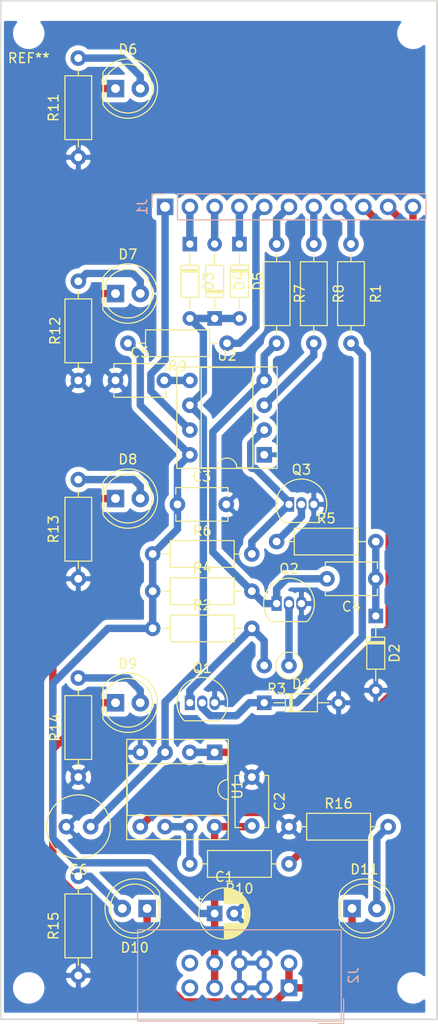
<source format=kicad_pcb>
(kicad_pcb (version 20171130) (host pcbnew "(5.0.1)-4")
  (title_block (title "The Fastest Envelope in the West") (date 2019-06-10) (rev 1) (company spielhuus) (comment 4 "License CC BY 4.0 - Attribution 4.0 International"))
  (layers (0 F.Cu signal) (31 B.Cu signal) (34 B.Paste user) (35 F.Paste user) (36 B.SilkS user hide) (37 F.SilkS user) (38 B.Mask user hide) (39 F.Mask user hide) (44 Edge.Cuts user))
  (net 0 "")
  (net 1 GND)
  (net 2 +15V)
  (net 3 "Net-(C4-Pad2)")
  (net 4 "Net-(C4-Pad1)")
  (net 5 "Net-(C5-Pad2)")
  (net 6 "Net-(D1-Pad1)")
  (net 7 Release_2)
  (net 8 Attack_2)
  (net 9 Decay_1)
  (net 10 IN)
  (net 11 OUT)
  (net 12 Sustain_3)
  (net 13 Sustain_2)
  (net 14 Sustain_1)
  (net 15 Decay_2)
  (net 16 Attack_1)
  (net 17 Release_1)
  (net 18 "Net-(J2-Pad10)")
  (net 19 "Net-(J2-Pad9)")
  (net 20 +5V)
  (net 21 "Net-(Q1-Pad1)")
  (net 22 "Net-(Q2-Pad2)")
  (net 23 "Net-(Q3-Pad1)")
  (net 24 "Net-(Q3-Pad2)")
  (net 25 "Net-(R8-Pad2)")
  (net 26 "Net-(R10-Pad1)")
  (net 27 "Net-(D6-Pad2)")
  (net 28 "Net-(D7-Pad2)")
  (net 29 "Net-(D8-Pad2)")
  (net 30 "Net-(D9-Pad2)")
  (net 31 "Net-(D10-Pad2)")
  (net 32 "Net-(D11-Pad2)")
  (net 33 "Net-(C6-Pad1)")
  (module Resistor_THT:R_Axial_DIN0207_L6.3mm_D2.5mm_P2.54mm_Vertical (layer F.Cu) (at 129.54 118.11 180)
    (fp_text reference R3 (at 1.27 -2.37) (layer F.SilkS))
    (fp_text value 22k)
    (pad 2 thru_hole oval (at 2.54 0 180) (size 1.6 1.6) (drill 0.8) (layers *.Cu *.Mask) (net 21 "Net-(Q1-Pad1)"))
    (pad 1 thru_hole circle (at 0 0 180) (size 1.6 1.6) (drill 0.8) (layers *.Cu *.Mask) (net 22 "Net-(Q2-Pad2)"))
  )
  (module MountingHole:MountingHole_2.2mm_M2 (layer F.Cu) (at 142.24 53.34)
    (fp_text reference REF** hide)
    (fp_text value MountingHole_2.2mm_M2)
    (pad 1 np_thru_hole circle (at 0 0) (size 2.2 2.2) (drill 2.2) (layers *.Cu *.Mask))
  )
  (module MountingHole:MountingHole_2.2mm_M2 (layer F.Cu) (at 102.87 53.34)
    (fp_text reference REF** (at 0 2.54) (layer F.SilkS))
    (fp_text value MountingHole_2.2mm_M2)
    (pad 1 np_thru_hole circle (at 0 0) (size 2.2 2.2) (drill 2.2) (layers *.Cu *.Mask))
  )
  (module MountingHole:MountingHole_2.2mm_M2 (layer F.Cu) (at 142.24 151.13)
    (fp_text reference REF** hide)
    (fp_text value MountingHole_2.2mm_M2)
    (pad "" np_thru_hole circle (at 0 0) (size 2.2 2.2) (drill 2.2) (layers *.Cu F.Mask))
  )
  (module MountingHole:MountingHole_2.2mm_M2 (layer F.Cu) (at 102.87 151.13)
    (fp_text reference REF** hide)
    (fp_text value MountingHole_2.2mm_M2)
    (pad 1 np_thru_hole circle (at 0 0) (size 2.2 2.2) (drill 2.2) (layers *.Cu *.Mask))
  )
  (module Connector_IDC:IDC-Header_2x05_P2.54mm_Vertical (layer B.Cu) (at 129.54 151.13 90)
    (fp_text reference J2 (at 1.27 6.604 270) (layer B.SilkS) (effects (justify mirror)))
    (fp_text value Power)
    (pad 10 thru_hole oval (at 2.54 -10.16 90) (size 1.7272 1.7272) (drill 1.016) (layers *.Cu *.Mask) (net 18 "Net-(J2-Pad10)"))
    (pad 9 thru_hole oval (at 0 -10.16 90) (size 1.7272 1.7272) (drill 1.016) (layers *.Cu *.Mask) (net 19 "Net-(J2-Pad9)"))
    (pad 8 thru_hole oval (at 2.54 -7.62 90) (size 1.7272 1.7272) (drill 1.016) (layers *.Cu *.Mask) (net 2 +15V))
    (pad 7 thru_hole oval (at 0 -7.62 90) (size 1.7272 1.7272) (drill 1.016) (layers *.Cu *.Mask) (net 2 +15V))
    (pad 6 thru_hole oval (at 2.54 -5.08 90) (size 1.7272 1.7272) (drill 1.016) (layers *.Cu *.Mask) (net 1 GND))
    (pad 5 thru_hole oval (at 0 -5.08 90) (size 1.7272 1.7272) (drill 1.016) (layers *.Cu *.Mask) (net 1 GND))
    (pad 4 thru_hole oval (at 2.54 -2.54 90) (size 1.7272 1.7272) (drill 1.016) (layers *.Cu *.Mask) (net 1 GND))
    (pad 3 thru_hole oval (at 0 -2.54 90) (size 1.7272 1.7272) (drill 1.016) (layers *.Cu *.Mask) (net 1 GND))
    (pad 2 thru_hole oval (at 2.54 0 90) (size 1.7272 1.7272) (drill 1.016) (layers *.Cu *.Mask) (net 20 +5V))
    (pad 1 thru_hole rect (at 0 0 90) (size 1.7272 1.7272) (drill 1.016) (layers *.Cu *.Mask) (net 20 +5V))
  )
  (module Resistor_THT:R_Axial_DIN0207_L6.3mm_D2.5mm_P10.16mm_Horizontal (layer F.Cu) (at 115.57 114.3)
    (fp_text reference R2 (at 5.08 -2.37) (layer F.SilkS))
    (fp_text value 4k7)
    (pad 2 thru_hole oval (at 10.16 0) (size 1.6 1.6) (drill 0.8) (layers *.Cu *.Mask) (net 21 "Net-(Q1-Pad1)"))
    (pad 1 thru_hole circle (at 0 0) (size 1.6 1.6) (drill 0.8) (layers *.Cu *.Mask) (net 2 +15V))
  )
  (module Capacitor_THT:CP_Radial_D5.0mm_P2.00mm (layer F.Cu) (at 121.92 143.51)
    (fp_text reference C1 (at 1 -3.75) (layer F.SilkS))
    (fp_text value 22u)
    (pad 2 thru_hole circle (at 2 0) (size 1.6 1.6) (drill 0.8) (layers *.Cu *.Mask) (net 1 GND))
    (pad 1 thru_hole rect (at 0 0) (size 1.6 1.6) (drill 0.8) (layers *.Cu *.Mask) (net 2 +15V))
  )
  (module Capacitor_THT:C_Radial_D6.3mm_H5.0mm_P2.50mm (layer F.Cu) (at 109.22 134.62 180)
    (fp_text reference C6 (at 1.25 -4.4) (layer F.SilkS))
    (fp_text value 4u7)
    (pad 2 thru_hole circle (at 2.5 0 180) (size 1.6 1.6) (drill 0.8) (layers *.Cu *.Mask) (net 1 GND))
    (pad 1 thru_hole circle (at 0 0 180) (size 1.6 1.6) (drill 0.8) (layers *.Cu *.Mask) (net 33 "Net-(C6-Pad1)"))
  )
  (module Resistor_THT:R_Axial_DIN0207_L6.3mm_D2.5mm_P10.16mm_Horizontal (layer F.Cu) (at 129.54 134.62)
    (fp_text reference R16 (at 5.08 -2.37) (layer F.SilkS))
    (fp_text value 150)
    (pad 2 thru_hole oval (at 10.16 0) (size 1.6 1.6) (drill 0.8) (layers *.Cu *.Mask) (net 32 "Net-(D11-Pad2)"))
    (pad 1 thru_hole circle (at 0 0) (size 1.6 1.6) (drill 0.8) (layers *.Cu *.Mask) (net 1 GND))
  )
  (module LED_THT:LED_D5.0mm_FlatTop (layer F.Cu) (at 136 143)
    (fp_text reference D11 (at 1.27 -4.01) (layer F.SilkS))
    (fp_text value LED)
    (pad 2 thru_hole circle (at 2.54 0) (size 1.8 1.8) (drill 0.9) (layers *.Cu *.Mask) (net 32 "Net-(D11-Pad2)"))
    (pad 1 thru_hole rect (at 0 0) (size 1.8 1.8) (drill 0.9) (layers *.Cu *.Mask) (net 20 +5V))
  )
  (module Resistor_THT:R_Axial_DIN0207_L6.3mm_D2.5mm_P10.16mm_Horizontal (layer F.Cu) (at 107.95 139.7 270)
    (fp_text reference R15 (at 5.08 2.54 90) (layer F.SilkS))
    (fp_text value 150)
    (pad 2 thru_hole oval (at 10.16 0 270) (size 1.6 1.6) (drill 0.8) (layers *.Cu *.Mask) (net 1 GND))
    (pad 1 thru_hole circle (at 0 0 270) (size 1.6 1.6) (drill 0.8) (layers *.Cu *.Mask) (net 31 "Net-(D10-Pad2)"))
  )
  (module Resistor_THT:R_Axial_DIN0207_L6.3mm_D2.5mm_P10.16mm_Horizontal (layer F.Cu) (at 107.95 129.54 90)
    (fp_text reference R14 (at 5.08 -2.37 90) (layer F.SilkS))
    (fp_text value 150)
    (pad 2 thru_hole oval (at 10.16 0 90) (size 1.6 1.6) (drill 0.8) (layers *.Cu *.Mask) (net 30 "Net-(D9-Pad2)"))
    (pad 1 thru_hole circle (at 0 0 90) (size 1.6 1.6) (drill 0.8) (layers *.Cu *.Mask) (net 1 GND))
  )
  (module Resistor_THT:R_Axial_DIN0207_L6.3mm_D2.5mm_P10.16mm_Horizontal (layer F.Cu) (at 107.95 99.06 270)
    (fp_text reference R13 (at 5.08 2.54 90) (layer F.SilkS))
    (fp_text value 150)
    (pad 2 thru_hole oval (at 10.16 0 270) (size 1.6 1.6) (drill 0.8) (layers *.Cu *.Mask) (net 1 GND))
    (pad 1 thru_hole circle (at 0 0 270) (size 1.6 1.6) (drill 0.8) (layers *.Cu *.Mask) (net 29 "Net-(D8-Pad2)"))
  )
  (module Resistor_THT:R_Axial_DIN0207_L6.3mm_D2.5mm_P10.16mm_Horizontal (layer F.Cu) (at 107.95 88.9 90)
    (fp_text reference R12 (at 5.08 -2.37 90) (layer F.SilkS))
    (fp_text value 150)
    (pad 2 thru_hole oval (at 10.16 0 90) (size 1.6 1.6) (drill 0.8) (layers *.Cu *.Mask) (net 28 "Net-(D7-Pad2)"))
    (pad 1 thru_hole circle (at 0 0 90) (size 1.6 1.6) (drill 0.8) (layers *.Cu *.Mask) (net 1 GND))
  )
  (module Resistor_THT:R_Axial_DIN0207_L6.3mm_D2.5mm_P10.16mm_Horizontal (layer F.Cu) (at 107.95 55.88 270)
    (fp_text reference R11 (at 5.08 2.54 90) (layer F.SilkS))
    (fp_text value 150)
    (pad 2 thru_hole oval (at 10.16 0 270) (size 1.6 1.6) (drill 0.8) (layers *.Cu *.Mask) (net 1 GND))
    (pad 1 thru_hole circle (at 0 0 270) (size 1.6 1.6) (drill 0.8) (layers *.Cu *.Mask) (net 27 "Net-(D6-Pad2)"))
  )
  (module Resistor_THT:R_Axial_DIN0207_L6.3mm_D2.5mm_P10.16mm_Horizontal (layer F.Cu) (at 119.38 138.43)
    (fp_text reference R10 (at 5.08 2.54) (layer F.SilkS))
    (fp_text value 100)
    (pad 2 thru_hole oval (at 10.16 0) (size 1.6 1.6) (drill 0.8) (layers *.Cu *.Mask) (net 15 Decay_2))
    (pad 1 thru_hole circle (at 0 0) (size 1.6 1.6) (drill 0.8) (layers *.Cu *.Mask) (net 26 "Net-(R10-Pad1)"))
  )
  (module LED_THT:LED_D5.0mm_FlatTop (layer F.Cu) (at 115 143 180)
    (fp_text reference D10 (at 1.27 -4.01) (layer F.SilkS))
    (fp_text value LED)
    (pad 2 thru_hole circle (at 2.54 0 180) (size 1.8 1.8) (drill 0.9) (layers *.Cu *.Mask) (net 31 "Net-(D10-Pad2)"))
    (pad 1 thru_hole rect (at 0 0 180) (size 1.8 1.8) (drill 0.9) (layers *.Cu *.Mask) (net 20 +5V))
  )
  (module LED_THT:LED_D5.0mm_FlatTop (layer F.Cu) (at 111.76 121.92)
    (fp_text reference D9 (at 1.27 -4.01) (layer F.SilkS))
    (fp_text value LED)
    (pad 2 thru_hole circle (at 2.54 0) (size 1.8 1.8) (drill 0.9) (layers *.Cu *.Mask) (net 30 "Net-(D9-Pad2)"))
    (pad 1 thru_hole rect (at 0 0) (size 1.8 1.8) (drill 0.9) (layers *.Cu *.Mask) (net 20 +5V))
  )
  (module LED_THT:LED_D5.0mm_FlatTop (layer F.Cu) (at 111.76 101)
    (fp_text reference D8 (at 1.27 -4.01) (layer F.SilkS))
    (fp_text value LED)
    (pad 2 thru_hole circle (at 2.54 0) (size 1.8 1.8) (drill 0.9) (layers *.Cu *.Mask) (net 29 "Net-(D8-Pad2)"))
    (pad 1 thru_hole rect (at 0 0) (size 1.8 1.8) (drill 0.9) (layers *.Cu *.Mask) (net 20 +5V))
  )
  (module LED_THT:LED_D5.0mm_FlatTop (layer F.Cu) (at 111.76 80)
    (fp_text reference D7 (at 1.27 -4.01) (layer F.SilkS))
    (fp_text value LED)
    (pad 2 thru_hole circle (at 2.54 0) (size 1.8 1.8) (drill 0.9) (layers *.Cu *.Mask) (net 28 "Net-(D7-Pad2)"))
    (pad 1 thru_hole rect (at 0 0) (size 1.8 1.8) (drill 0.9) (layers *.Cu *.Mask) (net 20 +5V))
  )
  (module LED_THT:LED_D5.0mm_FlatTop (layer F.Cu) (at 111.76 59)
    (fp_text reference D6 (at 1.27 -4.01) (layer F.SilkS))
    (fp_text value LED)
    (pad 2 thru_hole circle (at 2.54 0) (size 1.8 1.8) (drill 0.9) (layers *.Cu *.Mask) (net 27 "Net-(D6-Pad2)"))
    (pad 1 thru_hole rect (at 0 0) (size 1.8 1.8) (drill 0.9) (layers *.Cu *.Mask) (net 20 +5V))
  )
  (module Package_DIP:DIP-8_W7.62mm_Socket (layer F.Cu) (at 127 96.52 180)
    (fp_text reference U2 (at 3.81 10.16) (layer F.SilkS))
    (fp_text value ICM7555)
    (pad 8 thru_hole oval (at 7.62 0 180) (size 1.6 1.6) (drill 0.8) (layers *.Cu *.Mask) (net 2 +15V))
    (pad 4 thru_hole oval (at 0 7.62 180) (size 1.6 1.6) (drill 0.8) (layers *.Cu *.Mask) (net 3 "Net-(C4-Pad2)"))
    (pad 7 thru_hole oval (at 7.62 2.54 180) (size 1.6 1.6) (drill 0.8) (layers *.Cu *.Mask) (net 12 Sustain_3))
    (pad 3 thru_hole oval (at 0 5.08 180) (size 1.6 1.6) (drill 0.8) (layers *.Cu *.Mask) (net 25 "Net-(R8-Pad2)"))
    (pad 6 thru_hole oval (at 7.62 5.08 180) (size 1.6 1.6) (drill 0.8) (layers *.Cu *.Mask) (net 33 "Net-(C6-Pad1)"))
    (pad 2 thru_hole oval (at 0 2.54 180) (size 1.6 1.6) (drill 0.8) (layers *.Cu *.Mask) (net 23 "Net-(Q3-Pad1)"))
    (pad 5 thru_hole oval (at 7.62 7.62 180) (size 1.6 1.6) (drill 0.8) (layers *.Cu *.Mask) (net 5 "Net-(C5-Pad2)"))
    (pad 1 thru_hole rect (at 0 0 180) (size 1.6 1.6) (drill 0.8) (layers *.Cu *.Mask) (net 1 GND))
  )
  (module Package_DIP:DIP-8_W7.62mm_Socket (layer F.Cu) (at 121.92 127 270)
    (fp_text reference U1 (at 3.81 -2.33 90) (layer F.SilkS))
    (fp_text value LM358)
    (pad 8 thru_hole oval (at 7.62 0 270) (size 1.6 1.6) (drill 0.8) (layers *.Cu *.Mask) (net 2 +15V))
    (pad 4 thru_hole oval (at 0 7.62 270) (size 1.6 1.6) (drill 0.8) (layers *.Cu *.Mask) (net 1 GND))
    (pad 7 thru_hole oval (at 7.62 2.54 270) (size 1.6 1.6) (drill 0.8) (layers *.Cu *.Mask) (net 26 "Net-(R10-Pad1)"))
    (pad 3 thru_hole oval (at 0 5.08 270) (size 1.6 1.6) (drill 0.8) (layers *.Cu *.Mask) (net 33 "Net-(C6-Pad1)"))
    (pad 6 thru_hole oval (at 7.62 5.08 270) (size 1.6 1.6) (drill 0.8) (layers *.Cu *.Mask) (net 26 "Net-(R10-Pad1)"))
    (pad 2 thru_hole oval (at 0 2.54 270) (size 1.6 1.6) (drill 0.8) (layers *.Cu *.Mask) (net 11 OUT))
    (pad 5 thru_hole oval (at 7.62 7.62 270) (size 1.6 1.6) (drill 0.8) (layers *.Cu *.Mask) (net 13 Sustain_2))
    (pad 1 thru_hole rect (at 0 0 270) (size 1.6 1.6) (drill 0.8) (layers *.Cu *.Mask) (net 11 OUT))
  )
  (module Resistor_THT:R_Axial_DIN0207_L6.3mm_D2.5mm_P10.16mm_Horizontal (layer F.Cu) (at 123.19 85.09 180)
    (fp_text reference R9 (at 5.08 -2.37) (layer F.SilkS))
    (fp_text value 4k7)
    (pad 2 thru_hole oval (at 10.16 0 180) (size 1.6 1.6) (drill 0.8) (layers *.Cu *.Mask) (net 2 +15V))
    (pad 1 thru_hole circle (at 0 0 180) (size 1.6 1.6) (drill 0.8) (layers *.Cu *.Mask) (net 14 Sustain_1))
  )
  (module Resistor_THT:R_Axial_DIN0207_L6.3mm_D2.5mm_P10.16mm_Horizontal (layer F.Cu) (at 132.08 74.93 270)
    (fp_text reference R8 (at 5.08 -2.54 90) (layer F.SilkS))
    (fp_text value 100)
    (pad 2 thru_hole oval (at 10.16 0 270) (size 1.6 1.6) (drill 0.8) (layers *.Cu *.Mask) (net 25 "Net-(R8-Pad2)"))
    (pad 1 thru_hole circle (at 0 0 270) (size 1.6 1.6) (drill 0.8) (layers *.Cu *.Mask) (net 16 Attack_1))
  )
  (module Resistor_THT:R_Axial_DIN0207_L6.3mm_D2.5mm_P10.16mm_Horizontal (layer F.Cu) (at 128.27 74.93 270)
    (fp_text reference R7 (at 5.08 -2.37 90) (layer F.SilkS))
    (fp_text value 100)
    (pad 2 thru_hole oval (at 10.16 0 270) (size 1.6 1.6) (drill 0.8) (layers *.Cu *.Mask) (net 3 "Net-(C4-Pad2)"))
    (pad 1 thru_hole circle (at 0 0 270) (size 1.6 1.6) (drill 0.8) (layers *.Cu *.Mask) (net 17 Release_1))
  )
  (module Resistor_THT:R_Axial_DIN0207_L6.3mm_D2.5mm_P10.16mm_Horizontal (layer F.Cu) (at 115.57 106.68)
    (fp_text reference R6 (at 5.08 -2.37) (layer F.SilkS))
    (fp_text value 4k7)
    (pad 2 thru_hole oval (at 10.16 0) (size 1.6 1.6) (drill 0.8) (layers *.Cu *.Mask) (net 23 "Net-(Q3-Pad1)"))
    (pad 1 thru_hole circle (at 0 0) (size 1.6 1.6) (drill 0.8) (layers *.Cu *.Mask) (net 2 +15V))
  )
  (module Resistor_THT:R_Axial_DIN0207_L6.3mm_D2.5mm_P10.16mm_Horizontal (layer F.Cu) (at 128.27 105.41)
    (fp_text reference R5 (at 5.08 -2.37) (layer F.SilkS))
    (fp_text value 10k)
    (pad 2 thru_hole oval (at 10.16 0) (size 1.6 1.6) (drill 0.8) (layers *.Cu *.Mask) (net 4 "Net-(C4-Pad1)"))
    (pad 1 thru_hole circle (at 0 0) (size 1.6 1.6) (drill 0.8) (layers *.Cu *.Mask) (net 24 "Net-(Q3-Pad2)"))
  )
  (module Resistor_THT:R_Axial_DIN0207_L6.3mm_D2.5mm_P10.16mm_Horizontal (layer F.Cu) (at 115.57 110.49)
    (fp_text reference R4 (at 5.08 -2.37) (layer F.SilkS))
    (fp_text value 4k7)
    (pad 2 thru_hole oval (at 10.16 0) (size 1.6 1.6) (drill 0.8) (layers *.Cu *.Mask) (net 3 "Net-(C4-Pad2)"))
    (pad 1 thru_hole circle (at 0 0) (size 1.6 1.6) (drill 0.8) (layers *.Cu *.Mask) (net 2 +15V))
  )
  (module Resistor_THT:R_Axial_DIN0207_L6.3mm_D2.5mm_P10.16mm_Horizontal (layer F.Cu) (at 135.89 85.09 90)
    (fp_text reference R1 (at 5.08 2.54 90) (layer F.SilkS))
    (fp_text value 10k)
    (pad 2 thru_hole oval (at 10.16 0 90) (size 1.6 1.6) (drill 0.8) (layers *.Cu *.Mask) (net 10 IN))
    (pad 1 thru_hole circle (at 0 0 90) (size 1.6 1.6) (drill 0.8) (layers *.Cu *.Mask) (net 6 "Net-(D1-Pad1)"))
  )
  (module Package_TO_SOT_THT:TO-92_Inline (layer F.Cu) (at 129.54 101.6)
    (fp_text reference Q3 (at 1.27 -3.56) (layer F.SilkS))
    (fp_text value BC547)
    (pad 1 thru_hole rect (at 0 0) (size 1.05 1.5) (drill 0.75) (layers *.Cu *.Mask) (net 23 "Net-(Q3-Pad1)"))
    (pad 3 thru_hole oval (at 2.54 0) (size 1.05 1.5) (drill 0.75) (layers *.Cu *.Mask) (net 1 GND))
    (pad 2 thru_hole oval (at 1.27 0) (size 1.05 1.5) (drill 0.75) (layers *.Cu *.Mask) (net 24 "Net-(Q3-Pad2)"))
  )
  (module Package_TO_SOT_THT:TO-92_Inline (layer F.Cu) (at 128.27 111.76)
    (fp_text reference Q2 (at 1.27 -3.56) (layer F.SilkS))
    (fp_text value BC547)
    (pad 1 thru_hole rect (at 0 0) (size 1.05 1.5) (drill 0.75) (layers *.Cu *.Mask) (net 3 "Net-(C4-Pad2)"))
    (pad 3 thru_hole oval (at 2.54 0) (size 1.05 1.5) (drill 0.75) (layers *.Cu *.Mask) (net 1 GND))
    (pad 2 thru_hole oval (at 1.27 0) (size 1.05 1.5) (drill 0.75) (layers *.Cu *.Mask) (net 22 "Net-(Q2-Pad2)"))
  )
  (module Package_TO_SOT_THT:TO-92_Inline (layer F.Cu) (at 119.38 121.92)
    (fp_text reference Q1 (at 1.27 -3.56) (layer F.SilkS))
    (fp_text value BC547)
    (pad 1 thru_hole rect (at 0 0) (size 1.05 1.5) (drill 0.75) (layers *.Cu *.Mask) (net 21 "Net-(Q1-Pad1)"))
    (pad 3 thru_hole oval (at 2.54 0) (size 1.05 1.5) (drill 0.75) (layers *.Cu *.Mask) (net 1 GND))
    (pad 2 thru_hole oval (at 1.27 0) (size 1.05 1.5) (drill 0.75) (layers *.Cu *.Mask) (net 6 "Net-(D1-Pad1)"))
  )
  (module Connector_PinHeader_2.54mm:PinHeader_1x11_P2.54mm_Vertical (layer B.Cu) (at 116.84 71.12 270)
    (fp_text reference J1 (at 0 2.33 270) (layer B.SilkS) (effects (justify mirror)))
    (fp_text value Panel)
    (pad 11 thru_hole oval (at 0 -25.4 270) (size 1.7 1.7) (drill 1) (layers *.Cu *.Mask) (net 15 Decay_2))
    (pad 10 thru_hole oval (at 0 -22.86 270) (size 1.7 1.7) (drill 1) (layers *.Cu *.Mask) (net 13 Sustain_2))
    (pad 9 thru_hole oval (at 0 -20.32 270) (size 1.7 1.7) (drill 1) (layers *.Cu *.Mask) (net 11 OUT))
    (pad 8 thru_hole oval (at 0 -17.78 270) (size 1.7 1.7) (drill 1) (layers *.Cu *.Mask) (net 10 IN))
    (pad 7 thru_hole oval (at 0 -15.24 270) (size 1.7 1.7) (drill 1) (layers *.Cu *.Mask) (net 16 Attack_1))
    (pad 6 thru_hole oval (at 0 -12.7 270) (size 1.7 1.7) (drill 1) (layers *.Cu *.Mask) (net 17 Release_1))
    (pad 5 thru_hole oval (at 0 -10.16 270) (size 1.7 1.7) (drill 1) (layers *.Cu *.Mask) (net 14 Sustain_1))
    (pad 4 thru_hole oval (at 0 -7.62 270) (size 1.7 1.7) (drill 1) (layers *.Cu *.Mask) (net 9 Decay_1))
    (pad 3 thru_hole oval (at 0 -5.08 270) (size 1.7 1.7) (drill 1) (layers *.Cu *.Mask) (net 8 Attack_2))
    (pad 2 thru_hole oval (at 0 -2.54 270) (size 1.7 1.7) (drill 1) (layers *.Cu *.Mask) (net 7 Release_2))
    (pad 1 thru_hole rect (at 0 0 270) (size 1.7 1.7) (drill 1) (layers *.Cu *.Mask) (net 12 Sustain_3))
  )
  (module Diode_THT:D_DO-34_SOD68_P7.62mm_Horizontal (layer F.Cu) (at 124.46 74.93 270)
    (fp_text reference D5 (at 3.81 -1.92 90) (layer F.SilkS))
    (fp_text value D)
    (pad 2 thru_hole oval (at 7.62 0 270) (size 1.5 1.5) (drill 0.75) (layers *.Cu *.Mask) (net 33 "Net-(C6-Pad1)"))
    (pad 1 thru_hole rect (at 0 0 270) (size 1.5 1.5) (drill 0.75) (layers *.Cu *.Mask) (net 9 Decay_1))
  )
  (module Diode_THT:D_DO-34_SOD68_P7.62mm_Horizontal (layer F.Cu) (at 121.92 82.55 90)
    (fp_text reference D4 (at 3.81 2.54 90) (layer F.SilkS))
    (fp_text value D)
    (pad 2 thru_hole oval (at 7.62 0 90) (size 1.5 1.5) (drill 0.75) (layers *.Cu *.Mask) (net 8 Attack_2))
    (pad 1 thru_hole rect (at 0 0 90) (size 1.5 1.5) (drill 0.75) (layers *.Cu *.Mask) (net 33 "Net-(C6-Pad1)"))
  )
  (module Diode_THT:D_DO-34_SOD68_P7.62mm_Horizontal (layer F.Cu) (at 119.38 74.93 270)
    (fp_text reference D3 (at 3.81 -1.92 90) (layer F.SilkS))
    (fp_text value D)
    (pad 2 thru_hole oval (at 7.62 0 270) (size 1.5 1.5) (drill 0.75) (layers *.Cu *.Mask) (net 33 "Net-(C6-Pad1)"))
    (pad 1 thru_hole rect (at 0 0 270) (size 1.5 1.5) (drill 0.75) (layers *.Cu *.Mask) (net 7 Release_2))
  )
  (module Diode_THT:D_DO-34_SOD68_P7.62mm_Horizontal (layer F.Cu) (at 138.43 113.03 270)
    (fp_text reference D2 (at 3.81 -1.92 90) (layer F.SilkS))
    (fp_text value D)
    (pad 2 thru_hole oval (at 7.62 0 270) (size 1.5 1.5) (drill 0.75) (layers *.Cu *.Mask) (net 1 GND))
    (pad 1 thru_hole rect (at 0 0 270) (size 1.5 1.5) (drill 0.75) (layers *.Cu *.Mask) (net 4 "Net-(C4-Pad1)"))
  )
  (module Diode_THT:D_DO-34_SOD68_P7.62mm_Horizontal (layer F.Cu) (at 127 121.92)
    (fp_text reference D1 (at 3.81 -1.92) (layer F.SilkS))
    (fp_text value D)
    (pad 2 thru_hole oval (at 7.62 0) (size 1.5 1.5) (drill 0.75) (layers *.Cu *.Mask) (net 1 GND))
    (pad 1 thru_hole rect (at 0 0) (size 1.5 1.5) (drill 0.75) (layers *.Cu *.Mask) (net 6 "Net-(D1-Pad1)"))
  )
  (module Capacitor_THT:C_Disc_D5.1mm_W3.2mm_P5.00mm (layer F.Cu) (at 111.76 88.9)
    (fp_text reference C5 (at 2.5 -2.85) (layer F.SilkS))
    (fp_text value 10n)
    (pad 2 thru_hole circle (at 5 0) (size 1.6 1.6) (drill 0.8) (layers *.Cu *.Mask) (net 5 "Net-(C5-Pad2)"))
    (pad 1 thru_hole circle (at 0 0) (size 1.6 1.6) (drill 0.8) (layers *.Cu *.Mask) (net 1 GND))
  )
  (module Capacitor_THT:C_Disc_D5.1mm_W3.2mm_P5.00mm (layer F.Cu) (at 138.43 109.22 180)
    (fp_text reference C4 (at 2.5 -2.85) (layer F.SilkS))
    (fp_text value 10n)
    (pad 2 thru_hole circle (at 5 0 180) (size 1.6 1.6) (drill 0.8) (layers *.Cu *.Mask) (net 3 "Net-(C4-Pad2)"))
    (pad 1 thru_hole circle (at 0 0 180) (size 1.6 1.6) (drill 0.8) (layers *.Cu *.Mask) (net 4 "Net-(C4-Pad1)"))
  )
  (module Capacitor_THT:C_Disc_D5.1mm_W3.2mm_P5.00mm (layer F.Cu) (at 118.11 101.6)
    (fp_text reference C3 (at 2.5 -2.85) (layer F.SilkS))
    (fp_text value 0.1u)
    (pad 2 thru_hole circle (at 5 0) (size 1.6 1.6) (drill 0.8) (layers *.Cu *.Mask) (net 1 GND))
    (pad 1 thru_hole circle (at 0 0) (size 1.6 1.6) (drill 0.8) (layers *.Cu *.Mask) (net 2 +15V))
  )
  (module Capacitor_THT:C_Disc_D5.1mm_W3.2mm_P5.00mm (layer F.Cu) (at 125.73 129.54 270)
    (fp_text reference C2 (at 2.5 -2.85 90) (layer F.SilkS))
    (fp_text value 0.1u)
    (pad 2 thru_hole circle (at 5 0 270) (size 1.6 1.6) (drill 0.8) (layers *.Cu *.Mask) (net 2 +15V))
    (pad 1 thru_hole circle (at 0 0 270) (size 1.6 1.6) (drill 0.8) (layers *.Cu *.Mask) (net 1 GND))
  )
  (gr_line (start 100 50) (end 100 154.35) (layer Edge.Cuts) (width 0.15))
  (gr_line (start 100 154.35) (end 144.7 154.35) (layer Edge.Cuts) (width 0.15))
  (gr_line (start 144.7 50) (end 144.7 154.35) (layer Edge.Cuts) (width 0.15))
  (gr_line (start 100 50) (end 144.7 50) (layer Edge.Cuts) (width 0.15))
  (segment (start 118.11 97.79) (end 119.38 96.52) (width 0.762) (layer B.Cu) (net 2))
  (segment (start 118.11 101.6) (end 118.11 97.79) (width 0.762) (layer B.Cu) (net 2))
  (segment (start 125.65 134.62) (end 125.73 134.54) (width 0.762) (layer B.Cu) (net 2))
  (segment (start 121.92 143.51) (end 121.92 134.62) (width 0.762) (layer F.Cu) (net 2))
  (segment (start 125.65 134.62) (end 125.73 134.54) (width 0.762) (layer F.Cu) (net 2))
  (segment (start 121.92 134.62) (end 125.65 134.62) (width 0.762) (layer F.Cu) (net 2))
  (segment (start 121.92 148.59) (end 121.92 143.51) (width 0.762) (layer F.Cu) (net 2))
  (segment (start 121.92 148.59) (end 121.92 151.13) (width 0.762) (layer F.Cu) (net 2))
  (segment (start 118.580001 95.720001) (end 119.38 96.52) (width 0.762) (layer B.Cu) (net 2))
  (segment (start 114.3 91.44) (end 118.580001 95.720001) (width 0.762) (layer B.Cu) (net 2))
  (segment (start 114.3 86.36) (end 114.3 91.44) (width 0.762) (layer B.Cu) (net 2))
  (segment (start 113.03 85.09) (end 114.3 86.36) (width 0.762) (layer B.Cu) (net 2))
  (segment (start 118.11 104.14) (end 115.57 106.68) (width 0.762) (layer B.Cu) (net 2))
  (segment (start 118.11 101.6) (end 118.11 104.14) (width 0.762) (layer B.Cu) (net 2))
  (segment (start 115.57 106.68) (end 115.57 114.3) (width 0.762) (layer B.Cu) (net 2))
  (segment (start 120.358 143.51) (end 121.92 143.51) (width 0.762) (layer B.Cu) (net 2))
  (segment (start 115.57 114.3) (end 110.986118 114.3) (width 0.762) (layer B.Cu) (net 2))
  (segment (start 110.986118 114.3) (end 105.338999 119.947119) (width 0.762) (layer B.Cu) (net 2))
  (segment (start 105.338999 119.947119) (end 105.338999 135.818999) (width 0.762) (layer B.Cu) (net 2))
  (segment (start 105.338999 135.818999) (end 107.838999 138.318999) (width 0.762) (layer B.Cu) (net 2))
  (segment (start 107.838999 138.318999) (end 115.166999 138.318999) (width 0.762) (layer B.Cu) (net 2))
  (segment (start 115.166999 138.318999) (end 120.358 143.51) (width 0.762) (layer B.Cu) (net 2))
  (segment (start 128.27 110.248) (end 128.27 111.76) (width 0.762) (layer B.Cu) (net 3))
  (segment (start 129.298 109.22) (end 128.27 110.248) (width 0.762) (layer B.Cu) (net 3))
  (segment (start 133.43 109.22) (end 129.298 109.22) (width 0.762) (layer B.Cu) (net 3))
  (segment (start 127 86.36) (end 128.27 85.09) (width 0.762) (layer B.Cu) (net 3))
  (segment (start 127 88.9) (end 127 86.36) (width 0.762) (layer B.Cu) (net 3))
  (segment (start 127 88.9) (end 121.728999 94.171001) (width 0.762) (layer B.Cu) (net 3))
  (segment (start 127 111.76) (end 125.73 110.49) (width 0.762) (layer B.Cu) (net 3))
  (segment (start 128.27 111.76) (end 127 111.76) (width 0.762) (layer B.Cu) (net 3))
  (segment (start 125.73 110.49) (end 121.728999 106.488999) (width 0.762) (layer B.Cu) (net 3))
  (segment (start 121.728999 106.488999) (end 121.728999 102.678999) (width 0.762) (layer B.Cu) (net 3))
  (segment (start 121.728999 94.171001) (end 121.728999 102.678999) (width 0.762) (layer B.Cu) (net 3))
  (segment (start 121.728999 102.678999) (end 121.728999 105.218999) (width 0.762) (layer B.Cu) (net 3))
  (segment (start 138.43 113.03) (end 138.43 105.41) (width 0.762) (layer B.Cu) (net 4))
  (segment (start 116.76 88.9) (end 119.38 88.9) (width 0.762) (layer B.Cu) (net 5))
  (segment (start 125.488 121.92) (end 127 121.92) (width 0.762) (layer B.Cu) (net 6))
  (segment (start 121.461876 123.25101) (end 124.15699 123.25101) (width 0.762) (layer B.Cu) (net 6))
  (segment (start 124.15699 123.25101) (end 125.488 121.92) (width 0.762) (layer B.Cu) (net 6))
  (segment (start 120.65 122.439134) (end 121.461876 123.25101) (width 0.762) (layer B.Cu) (net 6))
  (segment (start 120.65 121.92) (end 120.65 122.439134) (width 0.762) (layer B.Cu) (net 6))
  (segment (start 128.512 121.92) (end 127 121.92) (width 0.762) (layer B.Cu) (net 6))
  (segment (start 137.048999 115.184883) (end 130.313882 121.92) (width 0.762) (layer B.Cu) (net 6))
  (segment (start 130.313882 121.92) (end 128.512 121.92) (width 0.762) (layer B.Cu) (net 6))
  (segment (start 137.048999 86.248999) (end 137.048999 115.184883) (width 0.762) (layer B.Cu) (net 6))
  (segment (start 135.89 85.09) (end 137.048999 86.248999) (width 0.762) (layer B.Cu) (net 6))
  (segment (start 119.38 71.12) (end 119.38 74.93) (width 0.762) (layer B.Cu) (net 7))
  (segment (start 121.92 71.12) (end 121.92 74.93) (width 0.762) (layer B.Cu) (net 8))
  (segment (start 124.46 71.12) (end 124.46 74.93) (width 0.762) (layer B.Cu) (net 9))
  (segment (start 135.89 72.39) (end 134.62 71.12) (width 0.762) (layer B.Cu) (net 10))
  (segment (start 135.89 74.93) (end 135.89 72.39) (width 0.762) (layer B.Cu) (net 10))
  (segment (start 127.005802 127) (end 123.482 127) (width 0.762) (layer F.Cu) (net 11))
  (segment (start 123.482 127) (end 121.92 127) (width 0.762) (layer F.Cu) (net 11))
  (segment (start 139.811001 114.194801) (end 127.005802 127) (width 0.762) (layer F.Cu) (net 11))
  (segment (start 139.811001 73.771001) (end 139.811001 114.194801) (width 0.762) (layer F.Cu) (net 11))
  (segment (start 137.16 71.12) (end 139.811001 73.771001) (width 0.762) (layer F.Cu) (net 11))
  (segment (start 119.38 127) (end 121.92 127) (width 0.762) (layer B.Cu) (net 11))
  (segment (start 118.580001 93.180001) (end 119.38 93.98) (width 0.762) (layer B.Cu) (net 12))
  (segment (start 115.378999 89.978999) (end 118.580001 93.180001) (width 0.762) (layer B.Cu) (net 12))
  (segment (start 115.378999 88.237119) (end 115.378999 89.978999) (width 0.762) (layer B.Cu) (net 12))
  (segment (start 116.84 86.776118) (end 115.378999 88.237119) (width 0.762) (layer B.Cu) (net 12))
  (segment (start 116.84 71.12) (end 116.84 86.776118) (width 0.762) (layer B.Cu) (net 12))
  (segment (start 140.97 120.079882) (end 127.890883 133.158999) (width 0.762) (layer F.Cu) (net 13))
  (segment (start 115.099999 133.820001) (end 114.3 134.62) (width 0.762) (layer F.Cu) (net 13))
  (segment (start 140.97 72.39) (end 140.97 120.079882) (width 0.762) (layer F.Cu) (net 13))
  (segment (start 115.761001 133.158999) (end 115.099999 133.820001) (width 0.762) (layer F.Cu) (net 13))
  (segment (start 127.890883 133.158999) (end 115.761001 133.158999) (width 0.762) (layer F.Cu) (net 13))
  (segment (start 139.7 71.12) (end 140.97 72.39) (width 0.762) (layer F.Cu) (net 13))
  (segment (start 124.46 85.09) (end 124.32137 85.09) (width 0.762) (layer B.Cu) (net 14))
  (segment (start 126.150001 83.399999) (end 124.46 85.09) (width 0.762) (layer B.Cu) (net 14))
  (segment (start 126.150001 71.969999) (end 126.150001 83.399999) (width 0.762) (layer B.Cu) (net 14))
  (segment (start 124.32137 85.09) (end 123.19 85.09) (width 0.762) (layer B.Cu) (net 14))
  (segment (start 127 71.12) (end 126.150001 71.969999) (width 0.762) (layer B.Cu) (net 14))
  (segment (start 142.24 125.73) (end 129.54 138.43) (width 0.762) (layer F.Cu) (net 15))
  (segment (start 142.24 71.12) (end 142.24 125.73) (width 0.762) (layer F.Cu) (net 15))
  (segment (start 132.08 71.12) (end 132.08 74.93) (width 0.762) (layer B.Cu) (net 16))
  (segment (start 128.27 72.39) (end 129.54 71.12) (width 0.762) (layer B.Cu) (net 17))
  (segment (start 128.27 74.93) (end 128.27 72.39) (width 0.762) (layer B.Cu) (net 17))
  (segment (start 110.098 59) (end 111.76 59) (width 0.762) (layer F.Cu) (net 20))
  (segment (start 105.338999 63.759001) (end 110.098 59) (width 0.762) (layer F.Cu) (net 20))
  (segment (start 128.095399 152.574601) (end 118.686591 152.574601) (width 0.762) (layer F.Cu) (net 20))
  (segment (start 129.54 151.13) (end 128.095399 152.574601) (width 0.762) (layer F.Cu) (net 20))
  (segment (start 105.338999 87.701001) (end 105.338999 63.759001) (width 0.762) (layer F.Cu) (net 20))
  (segment (start 109.677998 101) (end 105.338999 105.338999) (width 0.762) (layer F.Cu) (net 20))
  (segment (start 111.76 101) (end 109.677998 101) (width 0.762) (layer F.Cu) (net 20))
  (segment (start 105.338999 139.227009) (end 105.338999 105.338999) (width 0.762) (layer F.Cu) (net 20))
  (segment (start 105.338999 105.338999) (end 105.338999 87.701001) (width 0.762) (layer F.Cu) (net 20))
  (segment (start 110.098 80) (end 105.41 84.688) (width 0.762) (layer F.Cu) (net 20))
  (segment (start 111.76 80) (end 110.098 80) (width 0.762) (layer F.Cu) (net 20))
  (segment (start 110.098 121.92) (end 105.41 126.608) (width 0.762) (layer F.Cu) (net 20))
  (segment (start 111.76 121.92) (end 110.098 121.92) (width 0.762) (layer F.Cu) (net 20))
  (segment (start 115 148.88801) (end 115.770995 149.659005) (width 0.762) (layer F.Cu) (net 20))
  (segment (start 115 143) (end 115 148.88801) (width 0.762) (layer F.Cu) (net 20))
  (segment (start 115.770995 149.659005) (end 105.338999 139.227009) (width 0.762) (layer F.Cu) (net 20))
  (segment (start 131.1656 151.13) (end 129.54 151.13) (width 0.762) (layer F.Cu) (net 20))
  (segment (start 136 146.2956) (end 131.1656 151.13) (width 0.762) (layer F.Cu) (net 20))
  (segment (start 136 143) (end 136 146.2956) (width 0.762) (layer F.Cu) (net 20))
  (segment (start 129.54 148.59) (end 129.54 151.13) (width 0.762) (layer F.Cu) (net 20))
  (segment (start 115.770995 149.659005) (end 118.686591 152.574601) (width 0.762) (layer F.Cu) (net 20))
  (segment (start 119.38 120.65) (end 125.73 114.3) (width 0.762) (layer B.Cu) (net 21))
  (segment (start 119.38 121.92) (end 119.38 120.65) (width 0.762) (layer B.Cu) (net 21))
  (segment (start 127 115.57) (end 125.73 114.3) (width 0.762) (layer B.Cu) (net 21))
  (segment (start 127 118.11) (end 127 115.57) (width 0.762) (layer B.Cu) (net 21))
  (segment (start 129.54 111.76) (end 129.54 118.11) (width 0.762) (layer B.Cu) (net 22))
  (segment (start 125.618999 95.361001) (end 126.200001 94.779999) (width 0.762) (layer B.Cu) (net 23))
  (segment (start 125.618999 97.784801) (end 125.618999 95.361001) (width 0.762) (layer B.Cu) (net 23))
  (segment (start 125.735199 97.901001) (end 125.618999 97.784801) (width 0.762) (layer B.Cu) (net 23))
  (segment (start 126.200001 94.779999) (end 127 93.98) (width 0.762) (layer B.Cu) (net 23))
  (segment (start 126.066001 97.901001) (end 125.735199 97.901001) (width 0.762) (layer B.Cu) (net 23))
  (segment (start 129.54 101.375) (end 126.066001 97.901001) (width 0.762) (layer B.Cu) (net 23))
  (segment (start 129.54 101.6) (end 129.54 101.375) (width 0.762) (layer B.Cu) (net 23))
  (segment (start 125.73 105.41) (end 125.73 106.68) (width 0.762) (layer B.Cu) (net 23))
  (segment (start 129.54 101.6) (end 125.73 105.41) (width 0.762) (layer B.Cu) (net 23))
  (segment (start 128.27 105.41) (end 130.81 102.87) (width 0.762) (layer B.Cu) (net 24))
  (segment (start 130.81 102.87) (end 130.81 101.6) (width 0.762) (layer B.Cu) (net 24))
  (segment (start 132.08 86.36) (end 132.08 85.09) (width 0.762) (layer B.Cu) (net 25))
  (segment (start 127 91.44) (end 132.08 86.36) (width 0.762) (layer B.Cu) (net 25))
  (segment (start 119.38 134.62) (end 116.84 134.62) (width 0.762) (layer B.Cu) (net 26))
  (segment (start 119.38 134.62) (end 119.38 138.43) (width 0.762) (layer B.Cu) (net 26))
  (segment (start 114.3 57.727208) (end 114.3 59) (width 0.762) (layer B.Cu) (net 27))
  (segment (start 112.452792 55.88) (end 114.3 57.727208) (width 0.762) (layer B.Cu) (net 27))
  (segment (start 107.95 55.88) (end 112.452792 55.88) (width 0.762) (layer B.Cu) (net 27))
  (segment (start 108.749999 77.940001) (end 107.95 78.74) (width 0.762) (layer B.Cu) (net 28))
  (segment (start 113.512793 77.940001) (end 108.749999 77.940001) (width 0.762) (layer B.Cu) (net 28))
  (segment (start 114.3 80) (end 114.3 78.727208) (width 0.762) (layer B.Cu) (net 28))
  (segment (start 114.3 78.727208) (end 113.512793 77.940001) (width 0.762) (layer B.Cu) (net 28))
  (segment (start 109.08137 99.06) (end 107.95 99.06) (width 0.762) (layer B.Cu) (net 29))
  (segment (start 113.632792 99.06) (end 109.08137 99.06) (width 0.762) (layer B.Cu) (net 29))
  (segment (start 114.3 99.727208) (end 113.632792 99.06) (width 0.762) (layer B.Cu) (net 29))
  (segment (start 114.3 101) (end 114.3 99.727208) (width 0.762) (layer B.Cu) (net 29))
  (segment (start 113.032792 119.38) (end 109.08137 119.38) (width 0.762) (layer B.Cu) (net 30))
  (segment (start 114.3 120.647208) (end 113.032792 119.38) (width 0.762) (layer B.Cu) (net 30))
  (segment (start 109.08137 119.38) (end 107.95 119.38) (width 0.762) (layer B.Cu) (net 30))
  (segment (start 114.3 121.92) (end 114.3 120.647208) (width 0.762) (layer B.Cu) (net 30))
  (segment (start 109.16 139.7) (end 112.46 143) (width 0.762) (layer B.Cu) (net 31))
  (segment (start 107.95 139.7) (end 109.16 139.7) (width 0.762) (layer B.Cu) (net 31))
  (segment (start 138.54 135.78) (end 139.7 134.62) (width 0.762) (layer B.Cu) (net 32))
  (segment (start 138.54 143) (end 138.54 135.78) (width 0.762) (layer B.Cu) (net 32))
  (segment (start 119.38 82.55) (end 124.46 82.55) (width 0.762) (layer B.Cu) (net 33))
  (segment (start 120.761001 90.058999) (end 120.179999 90.640001) (width 0.762) (layer B.Cu) (net 33))
  (segment (start 120.761001 83.931001) (end 120.761001 90.058999) (width 0.762) (layer B.Cu) (net 33))
  (segment (start 120.179999 90.640001) (end 119.38 91.44) (width 0.762) (layer B.Cu) (net 33))
  (segment (start 119.38 82.55) (end 120.761001 83.931001) (width 0.762) (layer B.Cu) (net 33))
  (segment (start 115.458999 128.381001) (end 109.22 134.62) (width 0.762) (layer B.Cu) (net 33))
  (segment (start 116.84 127) (end 115.458999 128.381001) (width 0.762) (layer B.Cu) (net 33))
  (segment (start 116.84 125.86863) (end 116.84 127) (width 0.762) (layer B.Cu) (net 33))
  (segment (start 116.84 121.829514) (end 116.84 125.86863) (width 0.762) (layer B.Cu) (net 33))
  (segment (start 120.761001 117.908513) (end 116.84 121.829514) (width 0.762) (layer B.Cu) (net 33))
  (segment (start 120.761001 92.821001) (end 120.761001 117.908513) (width 0.762) (layer B.Cu) (net 33))
  (segment (start 119.38 91.44) (end 120.761001 92.821001) (width 0.762) (layer B.Cu) (net 33))
  (zone (net 1) (net_name GND) (layer B.Cu) (connect_pads (clearance 0.508)) (min_thickness 0.254) (fill yes (arc_segments 32) (thermal_gap 0.508) (thermal_bridge_width 0.508))
    (polygon (pts (xy 100.33 153.67) (xy 143.51 153.67) (xy 143.51 52.07) (xy 100.33 52.07)))
  )
)
</source>
